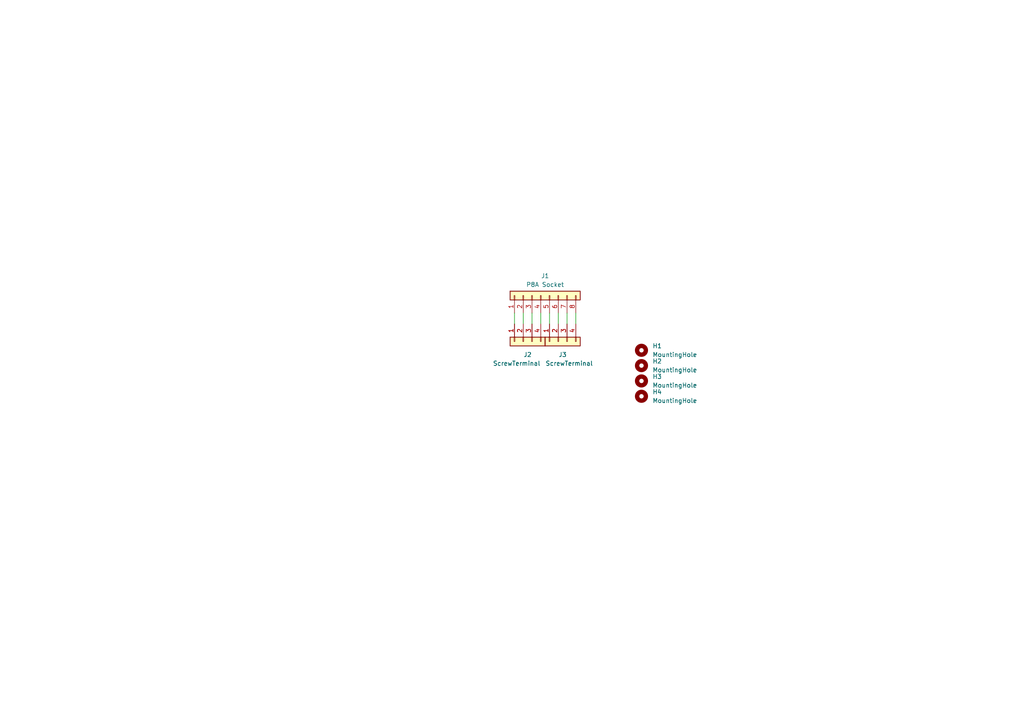
<source format=kicad_sch>
(kicad_sch (version 20230121) (generator eeschema)
  (paper "A4")
  (lib_symbols
    (symbol "Connector_Generic:Conn_01x04" (pin_names (offset 1.016) hide)
      (property "Reference" "J" (at 0 5.08 0))
      (property "Value" "Conn_01x04" (at 0 -7.62 0))
      (symbol "Conn_01x04_1_1"
        (rectangle (start -1.27 -4.953) (end 0 -5.207) (stroke (width 0.1524)))
        (rectangle (start -1.27 -2.413) (end 0 -2.667) (stroke (width 0.1524)))
        (rectangle (start -1.27 0.127) (end 0 -0.127) (stroke (width 0.1524)))
        (rectangle (start -1.27 2.667) (end 0 2.413) (stroke (width 0.1524)))
        (rectangle (start -1.27 3.81) (end 1.27 -6.35) (stroke (width 0.254)) (fill (type background)))
        (pin passive line (at -5.08 2.54 0) (length 3.81) (name "Pin_1") (number "1"))
        (pin passive line (at -5.08 0 0) (length 3.81) (name "Pin_2") (number "2"))
        (pin passive line (at -5.08 -2.54 0) (length 3.81) (name "Pin_3") (number "3"))
        (pin passive line (at -5.08 -5.08 0) (length 3.81) (name "Pin_4") (number "4"))
      )
    )
    (symbol "Connector_Generic:Conn_01x08" (pin_names (offset 1.016) hide)
      (property "Reference" "J" (at 0 10.16 0))
      (property "Value" "Conn_01x08" (at 0 -12.7 0))
      (symbol "Conn_01x08_1_1"
        (rectangle (start -1.27 -10.033) (end 0 -10.287) (stroke (width 0.1524)))
        (rectangle (start -1.27 -7.493) (end 0 -7.747) (stroke (width 0.1524)))
        (rectangle (start -1.27 -4.953) (end 0 -5.207) (stroke (width 0.1524)))
        (rectangle (start -1.27 -2.413) (end 0 -2.667) (stroke (width 0.1524)))
        (rectangle (start -1.27 0.127) (end 0 -0.127) (stroke (width 0.1524)))
        (rectangle (start -1.27 2.667) (end 0 2.413) (stroke (width 0.1524)))
        (rectangle (start -1.27 5.207) (end 0 4.953) (stroke (width 0.1524)))
        (rectangle (start -1.27 7.747) (end 0 7.493) (stroke (width 0.1524)))
        (rectangle (start -1.27 8.89) (end 1.27 -11.43) (stroke (width 0.254)) (fill (type background)))
        (pin passive line (at -5.08 7.62 0) (length 3.81) (name "Pin_1") (number "1"))
        (pin passive line (at -5.08 5.08 0) (length 3.81) (name "Pin_2") (number "2"))
        (pin passive line (at -5.08 2.54 0) (length 3.81) (name "Pin_3") (number "3"))
        (pin passive line (at -5.08 0 0) (length 3.81) (name "Pin_4") (number "4"))
        (pin passive line (at -5.08 -2.54 0) (length 3.81) (name "Pin_5") (number "5"))
        (pin passive line (at -5.08 -5.08 0) (length 3.81) (name "Pin_6") (number "6"))
        (pin passive line (at -5.08 -7.62 0) (length 3.81) (name "Pin_7") (number "7"))
        (pin passive line (at -5.08 -10.16 0) (length 3.81) (name "Pin_8") (number "8"))
      )
    )
    (symbol "Mechanical:MountingHole" (pin_names (offset 1.016))
      (property "Reference" "H" (at 0 5.08 0))
      (property "Value" "MountingHole" (at 0 3.175 0))
      (symbol "MountingHole_0_1"
        (circle (center 0 0) (radius 1.27) (stroke (width 1.27)))
      )
    )
  )
  (wire (pts (xy 154.305 90.805) (xy 154.305 93.98)))
  (wire (pts (xy 159.385 90.805) (xy 159.385 93.98)))
  (wire (pts (xy 167.005 90.805) (xy 167.005 93.98)))
  (wire (pts (xy 156.845 90.805) (xy 156.845 93.98)))
  (wire (pts (xy 161.925 90.805) (xy 161.925 93.98)))
  (wire (pts (xy 164.465 90.805) (xy 164.465 93.98)))
  (wire (pts (xy 151.765 90.805) (xy 151.765 93.98)))
  (wire (pts (xy 149.225 90.805) (xy 149.225 93.98)))
  (symbol (lib_id "Mechanical:MountingHole") (at 186.055 101.6 0) (unit 1)
    (property "Reference" "H1" (at 189.23 100.33 0) (effects (justify left)))
    (property "Value" "MountingHole" (at 189.23 102.87 0) (effects (justify left)))
    (property "Footprint" "MountingHole:MountingHole_3.2mm_M3" (effects hide))
  )
  (symbol (lib_id "Connector_Generic:Conn_01x08") (at 156.845 85.725 90) (unit 1)
    (property "Reference" "J1" (at 158.115 80.01 90))
    (property "Value" "P8A Socket" (at 158.115 82.55 90))
    (property "Footprint" "Retronics_Connectors:TubeSocket_P8A" (effects hide))
  )
  (symbol (lib_id "Mechanical:MountingHole") (at 186.055 106.045 0) (unit 1)
    (property "Reference" "H2" (at 189.23 104.775 0) (effects (justify left)))
    (property "Value" "MountingHole" (at 189.23 107.315 0) (effects (justify left)))
    (property "Footprint" "MountingHole:MountingHole_3.2mm_M3" (effects hide))
  )
  (symbol (lib_id "Mechanical:MountingHole") (at 186.055 114.935 0) (unit 1)
    (property "Reference" "H4" (at 189.23 113.665 0) (effects (justify left)))
    (property "Value" "MountingHole" (at 189.23 116.205 0) (effects (justify left)))
    (property "Footprint" "MountingHole:MountingHole_3.2mm_M3" (effects hide))
  )
  (symbol (lib_id "Connector_Generic:Conn_01x04") (at 151.765 99.06 90) (mirror x) (unit 1)
    (property "Reference" "J2" (at 153.035 102.87 90))
    (property "Value" "ScrewTerminal" (at 149.86 105.41 90))
    (property "Footprint" "Retronics_Connectors:ScrewTerminal_JL635_4" (effects hide))
  )
  (symbol (lib_id "Mechanical:MountingHole") (at 186.055 110.49 0) (unit 1)
    (property "Reference" "H3" (at 189.23 109.22 0) (effects (justify left)))
    (property "Value" "MountingHole" (at 189.23 111.76 0) (effects (justify left)))
    (property "Footprint" "MountingHole:MountingHole_3.2mm_M3" (effects hide))
  )
  (symbol (lib_id "Connector_Generic:Conn_01x04") (at 161.925 99.06 90) (mirror x) (unit 1)
    (property "Reference" "J3" (at 163.195 102.87 90))
    (property "Value" "ScrewTerminal" (at 165.1 105.41 90))
    (property "Footprint" "Retronics_Connectors:ScrewTerminal_JL635_4" (effects hide))
  )
)
</source>
